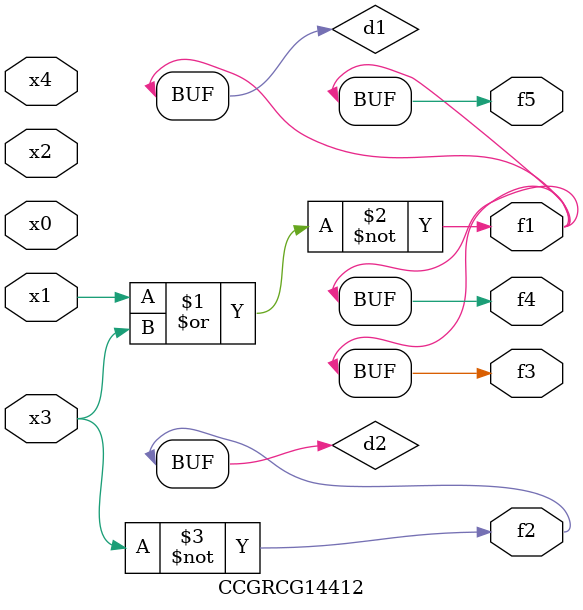
<source format=v>
module CCGRCG14412(
	input x0, x1, x2, x3, x4,
	output f1, f2, f3, f4, f5
);

	wire d1, d2;

	nor (d1, x1, x3);
	not (d2, x3);
	assign f1 = d1;
	assign f2 = d2;
	assign f3 = d1;
	assign f4 = d1;
	assign f5 = d1;
endmodule

</source>
